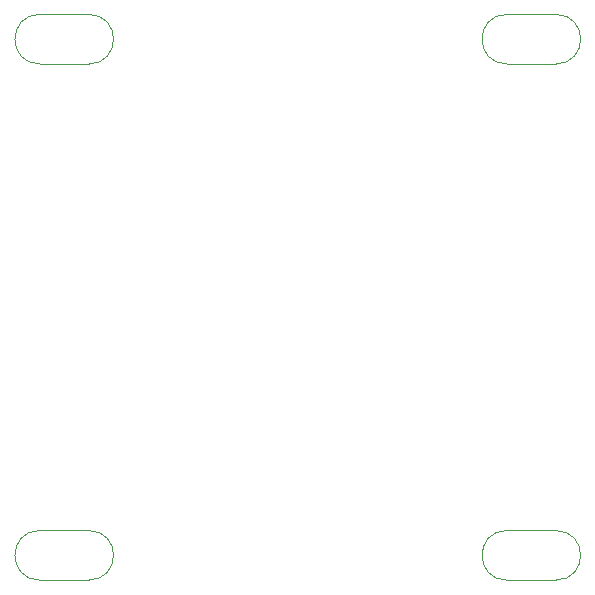
<source format=gbr>
%TF.GenerationSoftware,KiCad,Pcbnew,7.0.7-7.0.7~ubuntu23.04.1*%
%TF.CreationDate,2023-09-19T04:43:30+00:00*%
%TF.ProjectId,m5-pantilt,6d352d70-616e-4746-996c-742e6b696361,1*%
%TF.SameCoordinates,Original*%
%TF.FileFunction,Other,Comment*%
%FSLAX46Y46*%
G04 Gerber Fmt 4.6, Leading zero omitted, Abs format (unit mm)*
G04 Created by KiCad (PCBNEW 7.0.7-7.0.7~ubuntu23.04.1) date 2023-09-19 04:43:30*
%MOMM*%
%LPD*%
G01*
G04 APERTURE LIST*
%ADD10C,0.120000*%
G04 APERTURE END LIST*
D10*
%TO.C,Hole3*%
X103150000Y-98950000D02*
X107300000Y-98950000D01*
X103150000Y-94750000D02*
X107300000Y-94750000D01*
X107300000Y-98950000D02*
G75*
G03*
X107300000Y-94750000I0J2100000D01*
G01*
X103150000Y-94750000D02*
G75*
G03*
X103150000Y-98950000I0J-2100000D01*
G01*
%TO.C,Hole2*%
X146850000Y-94750000D02*
X142700000Y-94750000D01*
X146850000Y-98950000D02*
X142700000Y-98950000D01*
X142700000Y-94750000D02*
G75*
G03*
X142700000Y-98950000I0J-2100000D01*
G01*
X146850000Y-98950000D02*
G75*
G03*
X146850000Y-94750000I0J2100000D01*
G01*
%TO.C,Hole1*%
X146850000Y-51050000D02*
X142700000Y-51050000D01*
X146850000Y-55250000D02*
X142700000Y-55250000D01*
X142700000Y-51050000D02*
G75*
G03*
X142700000Y-55250000I0J-2100000D01*
G01*
X146850000Y-55250000D02*
G75*
G03*
X146850000Y-51050000I0J2100000D01*
G01*
%TO.C,Hole4*%
X103150000Y-55250000D02*
X107300000Y-55250000D01*
X103150000Y-51050000D02*
X107300000Y-51050000D01*
X107300000Y-55250000D02*
G75*
G03*
X107300000Y-51050000I0J2100000D01*
G01*
X103150000Y-51050000D02*
G75*
G03*
X103150000Y-55250000I0J-2100000D01*
G01*
%TD*%
M02*

</source>
